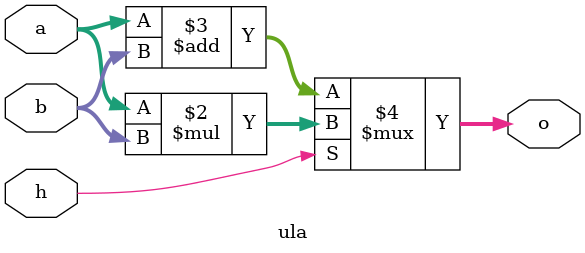
<source format=v>
module ula(
    input [15:0] a,
    input [15:0] b,

    input h,
    
    output [15:0] o
);

    assign o = h == 1 ? a * b : a + b;

endmodule
</source>
